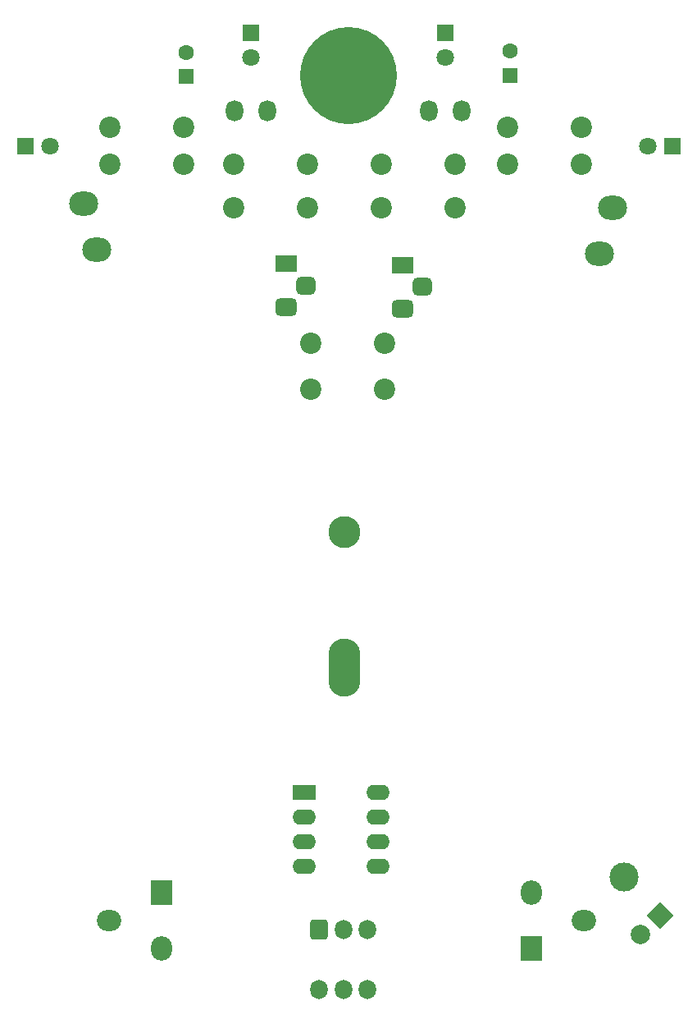
<source format=gbr>
%TF.GenerationSoftware,KiCad,Pcbnew,8.0.2*%
%TF.CreationDate,2024-05-30T02:19:43-04:00*%
%TF.ProjectId,Line-following-learn-to-solder-kit,4c696e65-2d66-46f6-9c6c-6f77696e672d,0*%
%TF.SameCoordinates,Original*%
%TF.FileFunction,Soldermask,Bot*%
%TF.FilePolarity,Negative*%
%FSLAX46Y46*%
G04 Gerber Fmt 4.6, Leading zero omitted, Abs format (unit mm)*
G04 Created by KiCad (PCBNEW 8.0.2) date 2024-05-30 02:19:43*
%MOMM*%
%LPD*%
G01*
G04 APERTURE LIST*
G04 Aperture macros list*
%AMRoundRect*
0 Rectangle with rounded corners*
0 $1 Rounding radius*
0 $2 $3 $4 $5 $6 $7 $8 $9 X,Y pos of 4 corners*
0 Add a 4 corners polygon primitive as box body*
4,1,4,$2,$3,$4,$5,$6,$7,$8,$9,$2,$3,0*
0 Add four circle primitives for the rounded corners*
1,1,$1+$1,$2,$3*
1,1,$1+$1,$4,$5*
1,1,$1+$1,$6,$7*
1,1,$1+$1,$8,$9*
0 Add four rect primitives between the rounded corners*
20,1,$1+$1,$2,$3,$4,$5,0*
20,1,$1+$1,$4,$5,$6,$7,0*
20,1,$1+$1,$6,$7,$8,$9,0*
20,1,$1+$1,$8,$9,$2,$3,0*%
%AMRotRect*
0 Rectangle, with rotation*
0 The origin of the aperture is its center*
0 $1 length*
0 $2 width*
0 $3 Rotation angle, in degrees counterclockwise*
0 Add horizontal line*
21,1,$1,$2,0,0,$3*%
G04 Aperture macros list end*
%ADD10O,3.000000X2.500000*%
%ADD11C,10.000000*%
%ADD12C,5.400000*%
%ADD13C,3.000000*%
%ADD14C,2.000000*%
%ADD15RotRect,2.000000X2.000000X45.000000*%
%ADD16O,3.300000X6.000000*%
%ADD17C,3.300000*%
%ADD18O,1.800000X2.200000*%
%ADD19R,2.400000X1.600000*%
%ADD20O,2.400000X1.600000*%
%ADD21C,2.200000*%
%ADD22R,2.200000X1.800000*%
%ADD23RoundRect,0.450000X-0.550000X0.450000X-0.550000X-0.450000X0.550000X-0.450000X0.550000X0.450000X0*%
%ADD24RoundRect,0.450000X-0.650000X0.450000X-0.650000X-0.450000X0.650000X-0.450000X0.650000X0.450000X0*%
%ADD25R,1.800000X1.800000*%
%ADD26C,1.800000*%
%ADD27RoundRect,0.225000X-0.675000X-0.775000X0.675000X-0.775000X0.675000X0.775000X-0.675000X0.775000X0*%
%ADD28O,1.800000X2.000000*%
%ADD29R,2.200000X2.500000*%
%ADD30O,2.500000X2.200000*%
%ADD31O,2.200000X2.500000*%
%ADD32R,1.600000X1.600000*%
%ADD33C,1.600000*%
G04 APERTURE END LIST*
D10*
%TO.C,M2*%
X116793717Y-82480000D03*
X118090000Y-77730000D03*
%TD*%
%TO.C,M1*%
X64826307Y-82050000D03*
X63530000Y-77300000D03*
%TD*%
D11*
%TO.C,H1*%
X90820000Y-64140000D03*
D12*
X90820000Y-64140000D03*
%TD*%
D13*
%TO.C,H2*%
X119330000Y-146730000D03*
%TD*%
D14*
%TO.C,BT1*%
X121012287Y-152682710D03*
D15*
X123012287Y-150682710D03*
D16*
X90427287Y-125182710D03*
D17*
X90427287Y-111182710D03*
%TD*%
D18*
%TO.C,R14*%
X79112287Y-67735210D03*
X82512287Y-67735210D03*
%TD*%
%TO.C,R13*%
X102562287Y-67735210D03*
X99162287Y-67735210D03*
%TD*%
D19*
%TO.C,U1*%
X86312287Y-137985210D03*
D20*
X86312287Y-140525210D03*
X86312287Y-143065210D03*
X86312287Y-145605210D03*
X93932287Y-145605210D03*
X93932287Y-143065210D03*
X93932287Y-140525210D03*
X93932287Y-137985210D03*
%TD*%
D21*
%TO.C,R12*%
X73812287Y-73235210D03*
X66192287Y-73235210D03*
%TD*%
D22*
%TO.C,Q1*%
X96420000Y-83640000D03*
D23*
X98490000Y-85910000D03*
D24*
X96420000Y-88140000D03*
%TD*%
D25*
%TO.C,D2*%
X57487287Y-71385210D03*
D26*
X60027287Y-71385210D03*
%TD*%
D27*
%TO.C,SW1*%
X87812287Y-152185210D03*
D28*
X90312287Y-152185210D03*
X92812287Y-152185210D03*
X92812287Y-158385210D03*
X90312287Y-158385210D03*
X87812287Y-158385210D03*
%TD*%
D21*
%TO.C,R10*%
X94562287Y-96485210D03*
X86942287Y-96485210D03*
%TD*%
%TO.C,R11*%
X107252287Y-73235210D03*
X114872287Y-73235210D03*
%TD*%
%TO.C,R3*%
X94252287Y-77735210D03*
X101872287Y-77735210D03*
%TD*%
D29*
%TO.C,R1*%
X109774787Y-154135210D03*
D30*
X115174787Y-151235210D03*
D31*
X109774787Y-148335210D03*
%TD*%
D24*
%TO.C,Q2*%
X84400000Y-87985210D03*
D23*
X86470000Y-85755210D03*
D22*
X84400000Y-83485210D03*
%TD*%
D21*
%TO.C,R9*%
X94562287Y-91735210D03*
X86942287Y-91735210D03*
%TD*%
%TO.C,R4*%
X79002287Y-77735210D03*
X86622287Y-77735210D03*
%TD*%
D29*
%TO.C,R2*%
X71562287Y-148335210D03*
D30*
X66162287Y-151235210D03*
D31*
X71562287Y-154135210D03*
%TD*%
D32*
%TO.C,C2*%
X74080000Y-64230000D03*
D33*
X74080000Y-61730000D03*
%TD*%
D21*
%TO.C,R8*%
X86622287Y-73235210D03*
X79002287Y-73235210D03*
%TD*%
%TO.C,R5*%
X107252287Y-69485210D03*
X114872287Y-69485210D03*
%TD*%
D32*
%TO.C,C1*%
X107550000Y-64110000D03*
D33*
X107550000Y-61610000D03*
%TD*%
D25*
%TO.C,D1*%
X124262287Y-71385210D03*
D26*
X121722287Y-71385210D03*
%TD*%
D21*
%TO.C,R6*%
X66192287Y-69485210D03*
X73812287Y-69485210D03*
%TD*%
%TO.C,R7*%
X94252287Y-73235210D03*
X101872287Y-73235210D03*
%TD*%
D26*
%TO.C,D4*%
X100862287Y-62235210D03*
D25*
X100862287Y-59695210D03*
%TD*%
D26*
%TO.C,D5*%
X80812287Y-62235210D03*
D25*
X80812287Y-59695210D03*
%TD*%
M02*

</source>
